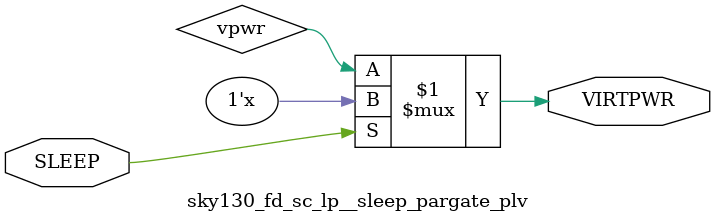
<source format=v>
/*
 * Copyright 2020 The SkyWater PDK Authors
 *
 * Licensed under the Apache License, Version 2.0 (the "License");
 * you may not use this file except in compliance with the License.
 * You may obtain a copy of the License at
 *
 *     https://www.apache.org/licenses/LICENSE-2.0
 *
 * Unless required by applicable law or agreed to in writing, software
 * distributed under the License is distributed on an "AS IS" BASIS,
 * WITHOUT WARRANTIES OR CONDITIONS OF ANY KIND, either express or implied.
 * See the License for the specific language governing permissions and
 * limitations under the License.
 *
 * SPDX-License-Identifier: Apache-2.0
*/


`ifndef SKY130_FD_SC_LP__SLEEP_PARGATE_PLV_FUNCTIONAL_V
`define SKY130_FD_SC_LP__SLEEP_PARGATE_PLV_FUNCTIONAL_V

/**
 * sleep_pargate_plv: ????.
 *
 * Verilog simulation functional model.
 */

`timescale 1ns / 1ps
`default_nettype none

`celldefine
module sky130_fd_sc_lp__sleep_pargate_plv (
    VIRTPWR,
    SLEEP
);

    // Module ports
    output VIRTPWR;
    input  SLEEP  ;

    // Local signals
    wire vgnd;
    wire vpwr;

    //       Name       Output   Other arguments
    pulldown pulldown0 (vgnd   );
    bufif0   bufif00   (VIRTPWR, vpwr, SLEEP    );

endmodule
`endcelldefine

`default_nettype wire
`endif  // SKY130_FD_SC_LP__SLEEP_PARGATE_PLV_FUNCTIONAL_V
</source>
